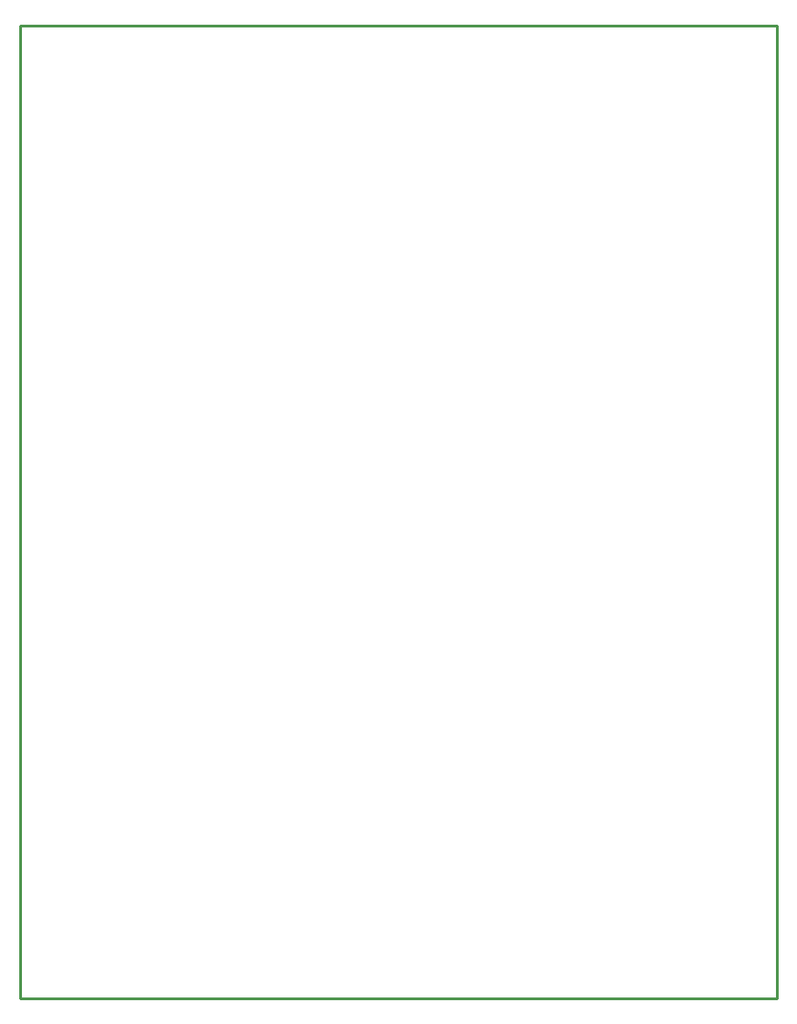
<source format=gko>
G04 Layer: BoardOutlineLayer*
G04 EasyEDA v6.5.29, 2023-07-23 13:13:55*
G04 121b0214f77d4f04981b34128f4af4b8,e855215096054eb7bd5858a7ef804e70,10*
G04 Gerber Generator version 0.2*
G04 Scale: 100 percent, Rotated: No, Reflected: No *
G04 Dimensions in millimeters *
G04 leading zeros omitted , absolute positions ,4 integer and 5 decimal *
%FSLAX45Y45*%
%MOMM*%

%ADD10C,0.2540*%
D10*
X0Y8999981D02*
G01*
X6999986Y8999981D01*
X6999986Y0D01*
X0Y0D01*
X0Y8999981D01*

%LPD*%
M02*

</source>
